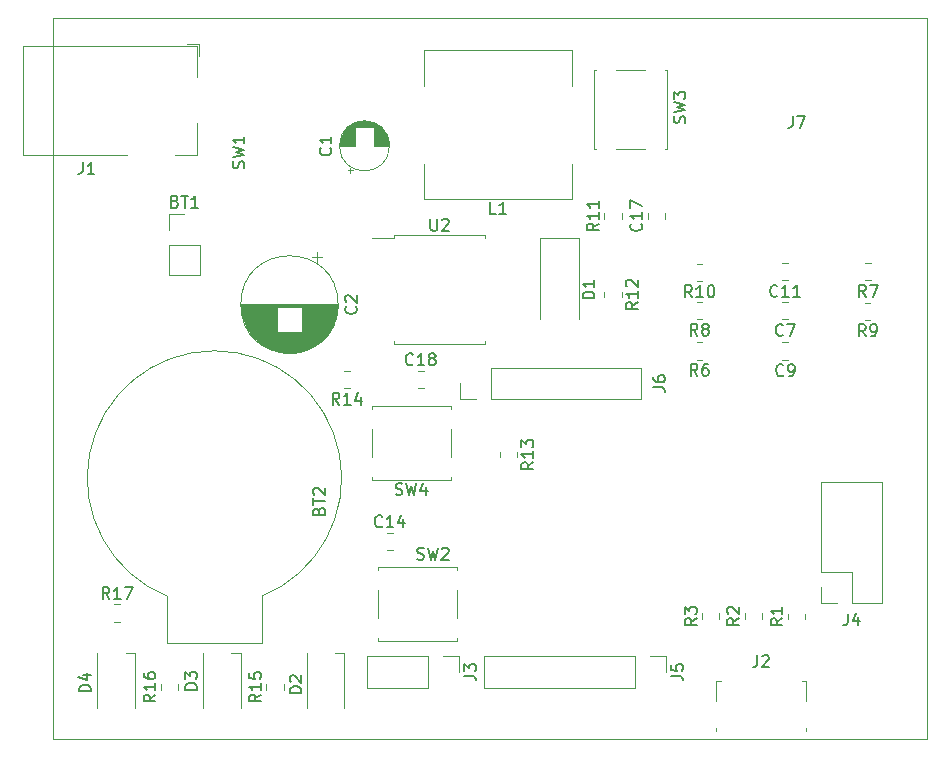
<source format=gbr>
%TF.GenerationSoftware,KiCad,Pcbnew,(5.1.6)-1*%
%TF.CreationDate,2020-11-04T18:23:40+01:00*%
%TF.ProjectId,rps_ki,7270735f-6b69-42e6-9b69-6361645f7063,rev?*%
%TF.SameCoordinates,Original*%
%TF.FileFunction,Legend,Top*%
%TF.FilePolarity,Positive*%
%FSLAX46Y46*%
G04 Gerber Fmt 4.6, Leading zero omitted, Abs format (unit mm)*
G04 Created by KiCad (PCBNEW (5.1.6)-1) date 2020-11-04 18:23:40*
%MOMM*%
%LPD*%
G01*
G04 APERTURE LIST*
%TA.AperFunction,Profile*%
%ADD10C,0.050000*%
%TD*%
%ADD11C,0.120000*%
%ADD12C,0.150000*%
G04 APERTURE END LIST*
D10*
X109485600Y-91656800D02*
X35485600Y-91656800D01*
X109485600Y-91656800D02*
X109485600Y-91656800D01*
X35485600Y-30656800D02*
X109485600Y-30656800D01*
X109485600Y-30656800D02*
X109485600Y-91656800D01*
X35485600Y-91656800D02*
X35485600Y-30656800D01*
D11*
%TO.C,J5*%
X71974400Y-84674400D02*
X71974400Y-87334400D01*
X84734400Y-84674400D02*
X71974400Y-84674400D01*
X84734400Y-87334400D02*
X71974400Y-87334400D01*
X84734400Y-84674400D02*
X84734400Y-87334400D01*
X86004400Y-84674400D02*
X87334400Y-84674400D01*
X87334400Y-84674400D02*
X87334400Y-86004400D01*
%TO.C,J4*%
X105673200Y-80171600D02*
X103073200Y-80171600D01*
X105673200Y-80171600D02*
X105673200Y-69891600D01*
X105673200Y-69891600D02*
X100473200Y-69891600D01*
X100473200Y-77571600D02*
X100473200Y-69891600D01*
X103073200Y-77571600D02*
X100473200Y-77571600D01*
X103073200Y-80171600D02*
X103073200Y-77571600D01*
X100473200Y-80171600D02*
X100473200Y-78841600D01*
X101803200Y-80171600D02*
X100473200Y-80171600D01*
%TO.C,J1*%
X47841600Y-33892800D02*
X47841600Y-32842800D01*
X46791600Y-32842800D02*
X47841600Y-32842800D01*
X41741600Y-42242800D02*
X32941600Y-42242800D01*
X32941600Y-42242800D02*
X32941600Y-33042800D01*
X47641600Y-39542800D02*
X47641600Y-42242800D01*
X47641600Y-42242800D02*
X45741600Y-42242800D01*
X32941600Y-33042800D02*
X47641600Y-33042800D01*
X47641600Y-33042800D02*
X47641600Y-35642800D01*
%TO.C,SW4*%
X62490400Y-69717600D02*
X62490400Y-69517600D01*
X62490400Y-63517600D02*
X62490400Y-63717600D01*
X69190400Y-63517600D02*
X69190400Y-63717600D01*
X69190400Y-69717600D02*
X69190400Y-69517600D01*
X69190400Y-67817600D02*
X69190400Y-65417600D01*
X62490400Y-67817600D02*
X62490400Y-65417600D01*
X62490400Y-69717600D02*
X69190400Y-69717600D01*
X69190400Y-63517600D02*
X62490400Y-63517600D01*
%TO.C,SW3*%
X81260000Y-35051200D02*
X81460000Y-35051200D01*
X87460000Y-35051200D02*
X87260000Y-35051200D01*
X87460000Y-41751200D02*
X87260000Y-41751200D01*
X81260000Y-41751200D02*
X81460000Y-41751200D01*
X83160000Y-41751200D02*
X85560000Y-41751200D01*
X83160000Y-35051200D02*
X85560000Y-35051200D01*
X81260000Y-35051200D02*
X81260000Y-41751200D01*
X87460000Y-41751200D02*
X87460000Y-35051200D01*
%TO.C,SW2*%
X69694800Y-77164000D02*
X69694800Y-77364000D01*
X69694800Y-83364000D02*
X69694800Y-83164000D01*
X62994800Y-83364000D02*
X62994800Y-83164000D01*
X62994800Y-77164000D02*
X62994800Y-77364000D01*
X62994800Y-79064000D02*
X62994800Y-81464000D01*
X69694800Y-79064000D02*
X69694800Y-81464000D01*
X69694800Y-77164000D02*
X62994800Y-77164000D01*
X62994800Y-83364000D02*
X69694800Y-83364000D01*
%TO.C,R12*%
X83589800Y-53824136D02*
X83589800Y-54278264D01*
X82119800Y-53824136D02*
X82119800Y-54278264D01*
%TO.C,L1*%
X66823600Y-36374800D02*
X66823600Y-33374800D01*
X66823600Y-33374800D02*
X79423600Y-33374800D01*
X79423600Y-33374800D02*
X79423600Y-36374800D01*
X79423600Y-42974800D02*
X79423600Y-45974800D01*
X79423600Y-45974800D02*
X66823600Y-45974800D01*
X66823600Y-45974800D02*
X66823600Y-42974800D01*
%TO.C,J6*%
X85277000Y-62899600D02*
X85277000Y-60239600D01*
X72517000Y-62899600D02*
X85277000Y-62899600D01*
X72517000Y-60239600D02*
X85277000Y-60239600D01*
X72517000Y-62899600D02*
X72517000Y-60239600D01*
X71247000Y-62899600D02*
X69917000Y-62899600D01*
X69917000Y-62899600D02*
X69917000Y-61569600D01*
%TO.C,J3*%
X62068400Y-84674400D02*
X62068400Y-87334400D01*
X67208400Y-84674400D02*
X62068400Y-84674400D01*
X67208400Y-87334400D02*
X62068400Y-87334400D01*
X67208400Y-84674400D02*
X67208400Y-87334400D01*
X68478400Y-84674400D02*
X69808400Y-84674400D01*
X69808400Y-84674400D02*
X69808400Y-86004400D01*
%TO.C,J2*%
X99210700Y-86736200D02*
X98830700Y-86736200D01*
X99210700Y-90786200D02*
X99210700Y-91046200D01*
X99210700Y-86736200D02*
X99210700Y-88506200D01*
X91590700Y-86736200D02*
X91970700Y-86736200D01*
X91590700Y-88506200D02*
X91590700Y-86736200D01*
X91590700Y-91046200D02*
X91590700Y-90786200D01*
%TO.C,D4*%
X39192400Y-89043200D02*
X39192400Y-84393200D01*
X42392400Y-89043200D02*
X42392400Y-84393200D01*
X42392400Y-84393200D02*
X41592400Y-84393200D01*
%TO.C,D3*%
X48133200Y-89067200D02*
X48133200Y-84417200D01*
X51333200Y-89067200D02*
X51333200Y-84417200D01*
X51333200Y-84417200D02*
X50533200Y-84417200D01*
%TO.C,D2*%
X56921600Y-89040400D02*
X56921600Y-84390400D01*
X60121600Y-89040400D02*
X60121600Y-84390400D01*
X60121600Y-84390400D02*
X59321600Y-84390400D01*
%TO.C,D1*%
X79983600Y-49244800D02*
X76683600Y-49244800D01*
X76683600Y-49244800D02*
X76683600Y-56144800D01*
X79983600Y-49244800D02*
X79983600Y-56144800D01*
%TO.C,C17*%
X85828200Y-47657652D02*
X85828200Y-47135148D01*
X87298200Y-47657652D02*
X87298200Y-47135148D01*
%TO.C,C2*%
X59593600Y-54894800D02*
G75*
G03*
X59593600Y-54894800I-4120000J0D01*
G01*
X59553600Y-54894800D02*
X51393600Y-54894800D01*
X59553600Y-54934800D02*
X51393600Y-54934800D01*
X59553600Y-54974800D02*
X51393600Y-54974800D01*
X59552600Y-55014800D02*
X51394600Y-55014800D01*
X59550600Y-55054800D02*
X51396600Y-55054800D01*
X59549600Y-55094800D02*
X51397600Y-55094800D01*
X59547600Y-55134800D02*
X56513600Y-55134800D01*
X54433600Y-55134800D02*
X51399600Y-55134800D01*
X59544600Y-55174800D02*
X56513600Y-55174800D01*
X54433600Y-55174800D02*
X51402600Y-55174800D01*
X59541600Y-55214800D02*
X56513600Y-55214800D01*
X54433600Y-55214800D02*
X51405600Y-55214800D01*
X59538600Y-55254800D02*
X56513600Y-55254800D01*
X54433600Y-55254800D02*
X51408600Y-55254800D01*
X59534600Y-55294800D02*
X56513600Y-55294800D01*
X54433600Y-55294800D02*
X51412600Y-55294800D01*
X59530600Y-55334800D02*
X56513600Y-55334800D01*
X54433600Y-55334800D02*
X51416600Y-55334800D01*
X59525600Y-55374800D02*
X56513600Y-55374800D01*
X54433600Y-55374800D02*
X51421600Y-55374800D01*
X59521600Y-55414800D02*
X56513600Y-55414800D01*
X54433600Y-55414800D02*
X51425600Y-55414800D01*
X59515600Y-55454800D02*
X56513600Y-55454800D01*
X54433600Y-55454800D02*
X51431600Y-55454800D01*
X59510600Y-55494800D02*
X56513600Y-55494800D01*
X54433600Y-55494800D02*
X51436600Y-55494800D01*
X59503600Y-55534800D02*
X56513600Y-55534800D01*
X54433600Y-55534800D02*
X51443600Y-55534800D01*
X59497600Y-55574800D02*
X56513600Y-55574800D01*
X54433600Y-55574800D02*
X51449600Y-55574800D01*
X59490600Y-55615800D02*
X56513600Y-55615800D01*
X54433600Y-55615800D02*
X51456600Y-55615800D01*
X59483600Y-55655800D02*
X56513600Y-55655800D01*
X54433600Y-55655800D02*
X51463600Y-55655800D01*
X59475600Y-55695800D02*
X56513600Y-55695800D01*
X54433600Y-55695800D02*
X51471600Y-55695800D01*
X59467600Y-55735800D02*
X56513600Y-55735800D01*
X54433600Y-55735800D02*
X51479600Y-55735800D01*
X59458600Y-55775800D02*
X56513600Y-55775800D01*
X54433600Y-55775800D02*
X51488600Y-55775800D01*
X59449600Y-55815800D02*
X56513600Y-55815800D01*
X54433600Y-55815800D02*
X51497600Y-55815800D01*
X59440600Y-55855800D02*
X56513600Y-55855800D01*
X54433600Y-55855800D02*
X51506600Y-55855800D01*
X59430600Y-55895800D02*
X56513600Y-55895800D01*
X54433600Y-55895800D02*
X51516600Y-55895800D01*
X59420600Y-55935800D02*
X56513600Y-55935800D01*
X54433600Y-55935800D02*
X51526600Y-55935800D01*
X59409600Y-55975800D02*
X56513600Y-55975800D01*
X54433600Y-55975800D02*
X51537600Y-55975800D01*
X59398600Y-56015800D02*
X56513600Y-56015800D01*
X54433600Y-56015800D02*
X51548600Y-56015800D01*
X59387600Y-56055800D02*
X56513600Y-56055800D01*
X54433600Y-56055800D02*
X51559600Y-56055800D01*
X59375600Y-56095800D02*
X56513600Y-56095800D01*
X54433600Y-56095800D02*
X51571600Y-56095800D01*
X59362600Y-56135800D02*
X56513600Y-56135800D01*
X54433600Y-56135800D02*
X51584600Y-56135800D01*
X59350600Y-56175800D02*
X56513600Y-56175800D01*
X54433600Y-56175800D02*
X51596600Y-56175800D01*
X59336600Y-56215800D02*
X56513600Y-56215800D01*
X54433600Y-56215800D02*
X51610600Y-56215800D01*
X59323600Y-56255800D02*
X56513600Y-56255800D01*
X54433600Y-56255800D02*
X51623600Y-56255800D01*
X59308600Y-56295800D02*
X56513600Y-56295800D01*
X54433600Y-56295800D02*
X51638600Y-56295800D01*
X59294600Y-56335800D02*
X56513600Y-56335800D01*
X54433600Y-56335800D02*
X51652600Y-56335800D01*
X59278600Y-56375800D02*
X56513600Y-56375800D01*
X54433600Y-56375800D02*
X51668600Y-56375800D01*
X59263600Y-56415800D02*
X56513600Y-56415800D01*
X54433600Y-56415800D02*
X51683600Y-56415800D01*
X59247600Y-56455800D02*
X56513600Y-56455800D01*
X54433600Y-56455800D02*
X51699600Y-56455800D01*
X59230600Y-56495800D02*
X56513600Y-56495800D01*
X54433600Y-56495800D02*
X51716600Y-56495800D01*
X59213600Y-56535800D02*
X56513600Y-56535800D01*
X54433600Y-56535800D02*
X51733600Y-56535800D01*
X59195600Y-56575800D02*
X56513600Y-56575800D01*
X54433600Y-56575800D02*
X51751600Y-56575800D01*
X59177600Y-56615800D02*
X56513600Y-56615800D01*
X54433600Y-56615800D02*
X51769600Y-56615800D01*
X59159600Y-56655800D02*
X56513600Y-56655800D01*
X54433600Y-56655800D02*
X51787600Y-56655800D01*
X59139600Y-56695800D02*
X56513600Y-56695800D01*
X54433600Y-56695800D02*
X51807600Y-56695800D01*
X59120600Y-56735800D02*
X56513600Y-56735800D01*
X54433600Y-56735800D02*
X51826600Y-56735800D01*
X59100600Y-56775800D02*
X56513600Y-56775800D01*
X54433600Y-56775800D02*
X51846600Y-56775800D01*
X59079600Y-56815800D02*
X56513600Y-56815800D01*
X54433600Y-56815800D02*
X51867600Y-56815800D01*
X59057600Y-56855800D02*
X56513600Y-56855800D01*
X54433600Y-56855800D02*
X51889600Y-56855800D01*
X59035600Y-56895800D02*
X56513600Y-56895800D01*
X54433600Y-56895800D02*
X51911600Y-56895800D01*
X59013600Y-56935800D02*
X56513600Y-56935800D01*
X54433600Y-56935800D02*
X51933600Y-56935800D01*
X58990600Y-56975800D02*
X56513600Y-56975800D01*
X54433600Y-56975800D02*
X51956600Y-56975800D01*
X58966600Y-57015800D02*
X56513600Y-57015800D01*
X54433600Y-57015800D02*
X51980600Y-57015800D01*
X58942600Y-57055800D02*
X56513600Y-57055800D01*
X54433600Y-57055800D02*
X52004600Y-57055800D01*
X58917600Y-57095800D02*
X56513600Y-57095800D01*
X54433600Y-57095800D02*
X52029600Y-57095800D01*
X58891600Y-57135800D02*
X56513600Y-57135800D01*
X54433600Y-57135800D02*
X52055600Y-57135800D01*
X58865600Y-57175800D02*
X56513600Y-57175800D01*
X54433600Y-57175800D02*
X52081600Y-57175800D01*
X58838600Y-57215800D02*
X52108600Y-57215800D01*
X58811600Y-57255800D02*
X52135600Y-57255800D01*
X58782600Y-57295800D02*
X52164600Y-57295800D01*
X58753600Y-57335800D02*
X52193600Y-57335800D01*
X58723600Y-57375800D02*
X52223600Y-57375800D01*
X58693600Y-57415800D02*
X52253600Y-57415800D01*
X58662600Y-57455800D02*
X52284600Y-57455800D01*
X58629600Y-57495800D02*
X52317600Y-57495800D01*
X58597600Y-57535800D02*
X52349600Y-57535800D01*
X58563600Y-57575800D02*
X52383600Y-57575800D01*
X58528600Y-57615800D02*
X52418600Y-57615800D01*
X58492600Y-57655800D02*
X52454600Y-57655800D01*
X58456600Y-57695800D02*
X52490600Y-57695800D01*
X58418600Y-57735800D02*
X52528600Y-57735800D01*
X58380600Y-57775800D02*
X52566600Y-57775800D01*
X58340600Y-57815800D02*
X52606600Y-57815800D01*
X58299600Y-57855800D02*
X52647600Y-57855800D01*
X58257600Y-57895800D02*
X52689600Y-57895800D01*
X58214600Y-57935800D02*
X52732600Y-57935800D01*
X58170600Y-57975800D02*
X52776600Y-57975800D01*
X58124600Y-58015800D02*
X52822600Y-58015800D01*
X58077600Y-58055800D02*
X52869600Y-58055800D01*
X58029600Y-58095800D02*
X52917600Y-58095800D01*
X57978600Y-58135800D02*
X52968600Y-58135800D01*
X57927600Y-58175800D02*
X53019600Y-58175800D01*
X57873600Y-58215800D02*
X53073600Y-58215800D01*
X57818600Y-58255800D02*
X53128600Y-58255800D01*
X57760600Y-58295800D02*
X53186600Y-58295800D01*
X57701600Y-58335800D02*
X53245600Y-58335800D01*
X57639600Y-58375800D02*
X53307600Y-58375800D01*
X57575600Y-58415800D02*
X53371600Y-58415800D01*
X57507600Y-58455800D02*
X53439600Y-58455800D01*
X57437600Y-58495800D02*
X53509600Y-58495800D01*
X57363600Y-58535800D02*
X53583600Y-58535800D01*
X57286600Y-58575800D02*
X53660600Y-58575800D01*
X57204600Y-58615800D02*
X53742600Y-58615800D01*
X57118600Y-58655800D02*
X53828600Y-58655800D01*
X57025600Y-58695800D02*
X53921600Y-58695800D01*
X56926600Y-58735800D02*
X54020600Y-58735800D01*
X56819600Y-58775800D02*
X54127600Y-58775800D01*
X56702600Y-58815800D02*
X54244600Y-58815800D01*
X56571600Y-58855800D02*
X54375600Y-58855800D01*
X56421600Y-58895800D02*
X54525600Y-58895800D01*
X56241600Y-58935800D02*
X54705600Y-58935800D01*
X56006600Y-58975800D02*
X54940600Y-58975800D01*
X57788600Y-50485102D02*
X57788600Y-51285102D01*
X58188600Y-50885102D02*
X57388600Y-50885102D01*
%TO.C,C1*%
X63943600Y-41464800D02*
G75*
G03*
X63943600Y-41464800I-2120000J0D01*
G01*
X62663600Y-41464800D02*
X63903600Y-41464800D01*
X59743600Y-41464800D02*
X60983600Y-41464800D01*
X62663600Y-41424800D02*
X63903600Y-41424800D01*
X59743600Y-41424800D02*
X60983600Y-41424800D01*
X62663600Y-41384800D02*
X63902600Y-41384800D01*
X59744600Y-41384800D02*
X60983600Y-41384800D01*
X59746600Y-41344800D02*
X60983600Y-41344800D01*
X62663600Y-41344800D02*
X63900600Y-41344800D01*
X59749600Y-41304800D02*
X60983600Y-41304800D01*
X62663600Y-41304800D02*
X63897600Y-41304800D01*
X59752600Y-41264800D02*
X60983600Y-41264800D01*
X62663600Y-41264800D02*
X63894600Y-41264800D01*
X59756600Y-41224800D02*
X60983600Y-41224800D01*
X62663600Y-41224800D02*
X63890600Y-41224800D01*
X59761600Y-41184800D02*
X60983600Y-41184800D01*
X62663600Y-41184800D02*
X63885600Y-41184800D01*
X59767600Y-41144800D02*
X60983600Y-41144800D01*
X62663600Y-41144800D02*
X63879600Y-41144800D01*
X59773600Y-41104800D02*
X60983600Y-41104800D01*
X62663600Y-41104800D02*
X63873600Y-41104800D01*
X59781600Y-41064800D02*
X60983600Y-41064800D01*
X62663600Y-41064800D02*
X63865600Y-41064800D01*
X59789600Y-41024800D02*
X60983600Y-41024800D01*
X62663600Y-41024800D02*
X63857600Y-41024800D01*
X59798600Y-40984800D02*
X60983600Y-40984800D01*
X62663600Y-40984800D02*
X63848600Y-40984800D01*
X59807600Y-40944800D02*
X60983600Y-40944800D01*
X62663600Y-40944800D02*
X63839600Y-40944800D01*
X59818600Y-40904800D02*
X60983600Y-40904800D01*
X62663600Y-40904800D02*
X63828600Y-40904800D01*
X59829600Y-40864800D02*
X60983600Y-40864800D01*
X62663600Y-40864800D02*
X63817600Y-40864800D01*
X59841600Y-40824800D02*
X60983600Y-40824800D01*
X62663600Y-40824800D02*
X63805600Y-40824800D01*
X59855600Y-40784800D02*
X60983600Y-40784800D01*
X62663600Y-40784800D02*
X63791600Y-40784800D01*
X59869600Y-40743800D02*
X60983600Y-40743800D01*
X62663600Y-40743800D02*
X63777600Y-40743800D01*
X59883600Y-40703800D02*
X60983600Y-40703800D01*
X62663600Y-40703800D02*
X63763600Y-40703800D01*
X59899600Y-40663800D02*
X60983600Y-40663800D01*
X62663600Y-40663800D02*
X63747600Y-40663800D01*
X59916600Y-40623800D02*
X60983600Y-40623800D01*
X62663600Y-40623800D02*
X63730600Y-40623800D01*
X59934600Y-40583800D02*
X60983600Y-40583800D01*
X62663600Y-40583800D02*
X63712600Y-40583800D01*
X59953600Y-40543800D02*
X60983600Y-40543800D01*
X62663600Y-40543800D02*
X63693600Y-40543800D01*
X59972600Y-40503800D02*
X60983600Y-40503800D01*
X62663600Y-40503800D02*
X63674600Y-40503800D01*
X59993600Y-40463800D02*
X60983600Y-40463800D01*
X62663600Y-40463800D02*
X63653600Y-40463800D01*
X60015600Y-40423800D02*
X60983600Y-40423800D01*
X62663600Y-40423800D02*
X63631600Y-40423800D01*
X60038600Y-40383800D02*
X60983600Y-40383800D01*
X62663600Y-40383800D02*
X63608600Y-40383800D01*
X60063600Y-40343800D02*
X60983600Y-40343800D01*
X62663600Y-40343800D02*
X63583600Y-40343800D01*
X60088600Y-40303800D02*
X60983600Y-40303800D01*
X62663600Y-40303800D02*
X63558600Y-40303800D01*
X60115600Y-40263800D02*
X60983600Y-40263800D01*
X62663600Y-40263800D02*
X63531600Y-40263800D01*
X60143600Y-40223800D02*
X60983600Y-40223800D01*
X62663600Y-40223800D02*
X63503600Y-40223800D01*
X60173600Y-40183800D02*
X60983600Y-40183800D01*
X62663600Y-40183800D02*
X63473600Y-40183800D01*
X60204600Y-40143800D02*
X60983600Y-40143800D01*
X62663600Y-40143800D02*
X63442600Y-40143800D01*
X60236600Y-40103800D02*
X60983600Y-40103800D01*
X62663600Y-40103800D02*
X63410600Y-40103800D01*
X60271600Y-40063800D02*
X60983600Y-40063800D01*
X62663600Y-40063800D02*
X63375600Y-40063800D01*
X60307600Y-40023800D02*
X60983600Y-40023800D01*
X62663600Y-40023800D02*
X63339600Y-40023800D01*
X60345600Y-39983800D02*
X60983600Y-39983800D01*
X62663600Y-39983800D02*
X63301600Y-39983800D01*
X60385600Y-39943800D02*
X60983600Y-39943800D01*
X62663600Y-39943800D02*
X63261600Y-39943800D01*
X60427600Y-39903800D02*
X60983600Y-39903800D01*
X62663600Y-39903800D02*
X63219600Y-39903800D01*
X60472600Y-39863800D02*
X63174600Y-39863800D01*
X60519600Y-39823800D02*
X63127600Y-39823800D01*
X60569600Y-39783800D02*
X63077600Y-39783800D01*
X60623600Y-39743800D02*
X63023600Y-39743800D01*
X60681600Y-39703800D02*
X62965600Y-39703800D01*
X60743600Y-39663800D02*
X62903600Y-39663800D01*
X60810600Y-39623800D02*
X62836600Y-39623800D01*
X60883600Y-39583800D02*
X62763600Y-39583800D01*
X60964600Y-39543800D02*
X62682600Y-39543800D01*
X61055600Y-39503800D02*
X62591600Y-39503800D01*
X61159600Y-39463800D02*
X62487600Y-39463800D01*
X61286600Y-39423800D02*
X62360600Y-39423800D01*
X61453600Y-39383800D02*
X62193600Y-39383800D01*
X60628600Y-43734601D02*
X60628600Y-43334601D01*
X60428600Y-43534601D02*
X60828600Y-43534601D01*
%TO.C,U2*%
X64313600Y-49274800D02*
X62498600Y-49274800D01*
X64313600Y-49034800D02*
X64313600Y-49274800D01*
X68173600Y-49034800D02*
X64313600Y-49034800D01*
X72033600Y-49034800D02*
X72033600Y-49274800D01*
X68173600Y-49034800D02*
X72033600Y-49034800D01*
X64313600Y-58254800D02*
X64313600Y-58014800D01*
X68173600Y-58254800D02*
X64313600Y-58254800D01*
X72033600Y-58254800D02*
X72033600Y-58014800D01*
X68173600Y-58254800D02*
X72033600Y-58254800D01*
%TO.C,R17*%
X40650936Y-81761000D02*
X41105064Y-81761000D01*
X40650936Y-80291000D02*
X41105064Y-80291000D01*
%TO.C,R16*%
X46048600Y-87517464D02*
X46048600Y-87063336D01*
X44578600Y-87517464D02*
X44578600Y-87063336D01*
%TO.C,R15*%
X54989400Y-87501464D02*
X54989400Y-87047336D01*
X53519400Y-87501464D02*
X53519400Y-87047336D01*
%TO.C,R14*%
X60561464Y-60529800D02*
X60107336Y-60529800D01*
X60561464Y-61999800D02*
X60107336Y-61999800D01*
%TO.C,R13*%
X73280600Y-67387736D02*
X73280600Y-67841864D01*
X74750600Y-67387736D02*
X74750600Y-67841864D01*
%TO.C,R11*%
X83589800Y-47623464D02*
X83589800Y-47169336D01*
X82119800Y-47623464D02*
X82119800Y-47169336D01*
%TO.C,R10*%
X90413064Y-51436600D02*
X89958936Y-51436600D01*
X90413064Y-52906600D02*
X89958936Y-52906600D01*
%TO.C,R9*%
X104655864Y-54738600D02*
X104201736Y-54738600D01*
X104655864Y-56208600D02*
X104201736Y-56208600D01*
%TO.C,R8*%
X90413064Y-54687800D02*
X89958936Y-54687800D01*
X90413064Y-56157800D02*
X89958936Y-56157800D01*
%TO.C,R7*%
X104671864Y-51385800D02*
X104217736Y-51385800D01*
X104671864Y-52855800D02*
X104217736Y-52855800D01*
%TO.C,R6*%
X90413064Y-58091400D02*
X89958936Y-58091400D01*
X90413064Y-59561400D02*
X89958936Y-59561400D01*
%TO.C,R3*%
X91870200Y-81507064D02*
X91870200Y-81052936D01*
X90400200Y-81507064D02*
X90400200Y-81052936D01*
%TO.C,R2*%
X95477000Y-81507064D02*
X95477000Y-81052936D01*
X94007000Y-81507064D02*
X94007000Y-81052936D01*
%TO.C,R1*%
X99134600Y-81541864D02*
X99134600Y-81087736D01*
X97664600Y-81541864D02*
X97664600Y-81087736D01*
%TO.C,C18*%
X66316048Y-61999800D02*
X66838552Y-61999800D01*
X66316048Y-60529800D02*
X66838552Y-60529800D01*
%TO.C,C14*%
X63695948Y-75715800D02*
X64218452Y-75715800D01*
X63695948Y-74245800D02*
X64218452Y-74245800D01*
%TO.C,C11*%
X97695652Y-51385800D02*
X97173148Y-51385800D01*
X97695652Y-52855800D02*
X97173148Y-52855800D01*
%TO.C,C9*%
X97717152Y-58091400D02*
X97194648Y-58091400D01*
X97717152Y-59561400D02*
X97194648Y-59561400D01*
%TO.C,C7*%
X97674152Y-54687800D02*
X97151648Y-54687800D01*
X97674152Y-56157800D02*
X97151648Y-56157800D01*
%TO.C,BT2*%
X45123600Y-83584800D02*
X45123600Y-79584800D01*
X53123600Y-83584800D02*
X45123600Y-83584800D01*
X53123600Y-79584800D02*
X53123600Y-83584800D01*
X45123600Y-79584798D02*
G75*
G02*
X53123599Y-79584799I4000000J9999998D01*
G01*
%TO.C,BT1*%
X45253600Y-47234800D02*
X46583600Y-47234800D01*
X45253600Y-48564800D02*
X45253600Y-47234800D01*
X45253600Y-49834800D02*
X47913600Y-49834800D01*
X47913600Y-49834800D02*
X47913600Y-52434800D01*
X45253600Y-49834800D02*
X45253600Y-52434800D01*
X45253600Y-52434800D02*
X47913600Y-52434800D01*
%TD*%
%TO.C,J5*%
D12*
X87786780Y-86337733D02*
X88501066Y-86337733D01*
X88643923Y-86385352D01*
X88739161Y-86480590D01*
X88786780Y-86623447D01*
X88786780Y-86718685D01*
X87786780Y-85385352D02*
X87786780Y-85861542D01*
X88262971Y-85909161D01*
X88215352Y-85861542D01*
X88167733Y-85766304D01*
X88167733Y-85528209D01*
X88215352Y-85432971D01*
X88262971Y-85385352D01*
X88358209Y-85337733D01*
X88596304Y-85337733D01*
X88691542Y-85385352D01*
X88739161Y-85432971D01*
X88786780Y-85528209D01*
X88786780Y-85766304D01*
X88739161Y-85861542D01*
X88691542Y-85909161D01*
%TO.C,J4*%
X102739866Y-81063980D02*
X102739866Y-81778266D01*
X102692247Y-81921123D01*
X102597009Y-82016361D01*
X102454152Y-82063980D01*
X102358914Y-82063980D01*
X103644628Y-81397314D02*
X103644628Y-82063980D01*
X103406533Y-81016361D02*
X103168438Y-81730647D01*
X103787485Y-81730647D01*
%TO.C,J1*%
X37958266Y-42845180D02*
X37958266Y-43559466D01*
X37910647Y-43702323D01*
X37815409Y-43797561D01*
X37672552Y-43845180D01*
X37577314Y-43845180D01*
X38958266Y-43845180D02*
X38386838Y-43845180D01*
X38672552Y-43845180D02*
X38672552Y-42845180D01*
X38577314Y-42988038D01*
X38482076Y-43083276D01*
X38386838Y-43130895D01*
%TO.C,SW4*%
X64457066Y-70972361D02*
X64599923Y-71019980D01*
X64838019Y-71019980D01*
X64933257Y-70972361D01*
X64980876Y-70924742D01*
X65028495Y-70829504D01*
X65028495Y-70734266D01*
X64980876Y-70639028D01*
X64933257Y-70591409D01*
X64838019Y-70543790D01*
X64647542Y-70496171D01*
X64552304Y-70448552D01*
X64504685Y-70400933D01*
X64457066Y-70305695D01*
X64457066Y-70210457D01*
X64504685Y-70115219D01*
X64552304Y-70067600D01*
X64647542Y-70019980D01*
X64885638Y-70019980D01*
X65028495Y-70067600D01*
X65361828Y-70019980D02*
X65599923Y-71019980D01*
X65790400Y-70305695D01*
X65980876Y-71019980D01*
X66218971Y-70019980D01*
X67028495Y-70353314D02*
X67028495Y-71019980D01*
X66790400Y-69972361D02*
X66552304Y-70686647D01*
X67171352Y-70686647D01*
%TO.C,SW3*%
X88949161Y-39534933D02*
X88996780Y-39392076D01*
X88996780Y-39153980D01*
X88949161Y-39058742D01*
X88901542Y-39011123D01*
X88806304Y-38963504D01*
X88711066Y-38963504D01*
X88615828Y-39011123D01*
X88568209Y-39058742D01*
X88520590Y-39153980D01*
X88472971Y-39344457D01*
X88425352Y-39439695D01*
X88377733Y-39487314D01*
X88282495Y-39534933D01*
X88187257Y-39534933D01*
X88092019Y-39487314D01*
X88044400Y-39439695D01*
X87996780Y-39344457D01*
X87996780Y-39106361D01*
X88044400Y-38963504D01*
X87996780Y-38630171D02*
X88996780Y-38392076D01*
X88282495Y-38201600D01*
X88996780Y-38011123D01*
X87996780Y-37773028D01*
X87996780Y-37487314D02*
X87996780Y-36868266D01*
X88377733Y-37201600D01*
X88377733Y-37058742D01*
X88425352Y-36963504D01*
X88472971Y-36915885D01*
X88568209Y-36868266D01*
X88806304Y-36868266D01*
X88901542Y-36915885D01*
X88949161Y-36963504D01*
X88996780Y-37058742D01*
X88996780Y-37344457D01*
X88949161Y-37439695D01*
X88901542Y-37487314D01*
%TO.C,SW2*%
X66281466Y-76452361D02*
X66424323Y-76499980D01*
X66662419Y-76499980D01*
X66757657Y-76452361D01*
X66805276Y-76404742D01*
X66852895Y-76309504D01*
X66852895Y-76214266D01*
X66805276Y-76119028D01*
X66757657Y-76071409D01*
X66662419Y-76023790D01*
X66471942Y-75976171D01*
X66376704Y-75928552D01*
X66329085Y-75880933D01*
X66281466Y-75785695D01*
X66281466Y-75690457D01*
X66329085Y-75595219D01*
X66376704Y-75547600D01*
X66471942Y-75499980D01*
X66710038Y-75499980D01*
X66852895Y-75547600D01*
X67186228Y-75499980D02*
X67424323Y-76499980D01*
X67614800Y-75785695D01*
X67805276Y-76499980D01*
X68043371Y-75499980D01*
X68376704Y-75595219D02*
X68424323Y-75547600D01*
X68519561Y-75499980D01*
X68757657Y-75499980D01*
X68852895Y-75547600D01*
X68900514Y-75595219D01*
X68948133Y-75690457D01*
X68948133Y-75785695D01*
X68900514Y-75928552D01*
X68329085Y-76499980D01*
X68948133Y-76499980D01*
%TO.C,SW1*%
X51608361Y-43348133D02*
X51655980Y-43205276D01*
X51655980Y-42967180D01*
X51608361Y-42871942D01*
X51560742Y-42824323D01*
X51465504Y-42776704D01*
X51370266Y-42776704D01*
X51275028Y-42824323D01*
X51227409Y-42871942D01*
X51179790Y-42967180D01*
X51132171Y-43157657D01*
X51084552Y-43252895D01*
X51036933Y-43300514D01*
X50941695Y-43348133D01*
X50846457Y-43348133D01*
X50751219Y-43300514D01*
X50703600Y-43252895D01*
X50655980Y-43157657D01*
X50655980Y-42919561D01*
X50703600Y-42776704D01*
X50655980Y-42443371D02*
X51655980Y-42205276D01*
X50941695Y-42014800D01*
X51655980Y-41824323D01*
X50655980Y-41586228D01*
X51655980Y-40681466D02*
X51655980Y-41252895D01*
X51655980Y-40967180D02*
X50655980Y-40967180D01*
X50798838Y-41062419D01*
X50894076Y-41157657D01*
X50941695Y-41252895D01*
%TO.C,R12*%
X84957180Y-54694057D02*
X84480990Y-55027390D01*
X84957180Y-55265485D02*
X83957180Y-55265485D01*
X83957180Y-54884533D01*
X84004800Y-54789295D01*
X84052419Y-54741676D01*
X84147657Y-54694057D01*
X84290514Y-54694057D01*
X84385752Y-54741676D01*
X84433371Y-54789295D01*
X84480990Y-54884533D01*
X84480990Y-55265485D01*
X84957180Y-53741676D02*
X84957180Y-54313104D01*
X84957180Y-54027390D02*
X83957180Y-54027390D01*
X84100038Y-54122628D01*
X84195276Y-54217866D01*
X84242895Y-54313104D01*
X84052419Y-53360723D02*
X84004800Y-53313104D01*
X83957180Y-53217866D01*
X83957180Y-52979771D01*
X84004800Y-52884533D01*
X84052419Y-52836914D01*
X84147657Y-52789295D01*
X84242895Y-52789295D01*
X84385752Y-52836914D01*
X84957180Y-53408342D01*
X84957180Y-52789295D01*
%TO.C,L1*%
X72956933Y-47227180D02*
X72480742Y-47227180D01*
X72480742Y-46227180D01*
X73814076Y-47227180D02*
X73242647Y-47227180D01*
X73528361Y-47227180D02*
X73528361Y-46227180D01*
X73433123Y-46370038D01*
X73337885Y-46465276D01*
X73242647Y-46512895D01*
%TO.C,J7*%
X98067466Y-38951980D02*
X98067466Y-39666266D01*
X98019847Y-39809123D01*
X97924609Y-39904361D01*
X97781752Y-39951980D01*
X97686514Y-39951980D01*
X98448419Y-38951980D02*
X99115085Y-38951980D01*
X98686514Y-39951980D01*
%TO.C,J6*%
X86269580Y-61902933D02*
X86983866Y-61902933D01*
X87126723Y-61950552D01*
X87221961Y-62045790D01*
X87269580Y-62188647D01*
X87269580Y-62283885D01*
X86269580Y-60998171D02*
X86269580Y-61188647D01*
X86317200Y-61283885D01*
X86364819Y-61331504D01*
X86507676Y-61426742D01*
X86698152Y-61474361D01*
X87079104Y-61474361D01*
X87174342Y-61426742D01*
X87221961Y-61379123D01*
X87269580Y-61283885D01*
X87269580Y-61093409D01*
X87221961Y-60998171D01*
X87174342Y-60950552D01*
X87079104Y-60902933D01*
X86841009Y-60902933D01*
X86745771Y-60950552D01*
X86698152Y-60998171D01*
X86650533Y-61093409D01*
X86650533Y-61283885D01*
X86698152Y-61379123D01*
X86745771Y-61426742D01*
X86841009Y-61474361D01*
%TO.C,J3*%
X70260780Y-86337733D02*
X70975066Y-86337733D01*
X71117923Y-86385352D01*
X71213161Y-86480590D01*
X71260780Y-86623447D01*
X71260780Y-86718685D01*
X70260780Y-85956780D02*
X70260780Y-85337733D01*
X70641733Y-85671066D01*
X70641733Y-85528209D01*
X70689352Y-85432971D01*
X70736971Y-85385352D01*
X70832209Y-85337733D01*
X71070304Y-85337733D01*
X71165542Y-85385352D01*
X71213161Y-85432971D01*
X71260780Y-85528209D01*
X71260780Y-85813923D01*
X71213161Y-85909161D01*
X71165542Y-85956780D01*
%TO.C,J2*%
X95067366Y-84598580D02*
X95067366Y-85312866D01*
X95019747Y-85455723D01*
X94924509Y-85550961D01*
X94781652Y-85598580D01*
X94686414Y-85598580D01*
X95495938Y-84693819D02*
X95543557Y-84646200D01*
X95638795Y-84598580D01*
X95876890Y-84598580D01*
X95972128Y-84646200D01*
X96019747Y-84693819D01*
X96067366Y-84789057D01*
X96067366Y-84884295D01*
X96019747Y-85027152D01*
X95448319Y-85598580D01*
X96067366Y-85598580D01*
%TO.C,D4*%
X38653980Y-87656895D02*
X37653980Y-87656895D01*
X37653980Y-87418800D01*
X37701600Y-87275942D01*
X37796838Y-87180704D01*
X37892076Y-87133085D01*
X38082552Y-87085466D01*
X38225409Y-87085466D01*
X38415885Y-87133085D01*
X38511123Y-87180704D01*
X38606361Y-87275942D01*
X38653980Y-87418800D01*
X38653980Y-87656895D01*
X37987314Y-86228323D02*
X38653980Y-86228323D01*
X37606361Y-86466419D02*
X38320647Y-86704514D01*
X38320647Y-86085466D01*
%TO.C,D3*%
X47645580Y-87504495D02*
X46645580Y-87504495D01*
X46645580Y-87266400D01*
X46693200Y-87123542D01*
X46788438Y-87028304D01*
X46883676Y-86980685D01*
X47074152Y-86933066D01*
X47217009Y-86933066D01*
X47407485Y-86980685D01*
X47502723Y-87028304D01*
X47597961Y-87123542D01*
X47645580Y-87266400D01*
X47645580Y-87504495D01*
X46645580Y-86599733D02*
X46645580Y-85980685D01*
X47026533Y-86314019D01*
X47026533Y-86171161D01*
X47074152Y-86075923D01*
X47121771Y-86028304D01*
X47217009Y-85980685D01*
X47455104Y-85980685D01*
X47550342Y-86028304D01*
X47597961Y-86075923D01*
X47645580Y-86171161D01*
X47645580Y-86456876D01*
X47597961Y-86552114D01*
X47550342Y-86599733D01*
%TO.C,D2*%
X56484780Y-87809295D02*
X55484780Y-87809295D01*
X55484780Y-87571200D01*
X55532400Y-87428342D01*
X55627638Y-87333104D01*
X55722876Y-87285485D01*
X55913352Y-87237866D01*
X56056209Y-87237866D01*
X56246685Y-87285485D01*
X56341923Y-87333104D01*
X56437161Y-87428342D01*
X56484780Y-87571200D01*
X56484780Y-87809295D01*
X55580019Y-86856914D02*
X55532400Y-86809295D01*
X55484780Y-86714057D01*
X55484780Y-86475961D01*
X55532400Y-86380723D01*
X55580019Y-86333104D01*
X55675257Y-86285485D01*
X55770495Y-86285485D01*
X55913352Y-86333104D01*
X56484780Y-86904533D01*
X56484780Y-86285485D01*
%TO.C,D1*%
X81285980Y-54382895D02*
X80285980Y-54382895D01*
X80285980Y-54144800D01*
X80333600Y-54001942D01*
X80428838Y-53906704D01*
X80524076Y-53859085D01*
X80714552Y-53811466D01*
X80857409Y-53811466D01*
X81047885Y-53859085D01*
X81143123Y-53906704D01*
X81238361Y-54001942D01*
X81285980Y-54144800D01*
X81285980Y-54382895D01*
X81285980Y-52859085D02*
X81285980Y-53430514D01*
X81285980Y-53144800D02*
X80285980Y-53144800D01*
X80428838Y-53240038D01*
X80524076Y-53335276D01*
X80571695Y-53430514D01*
%TO.C,C17*%
X85240342Y-48039257D02*
X85287961Y-48086876D01*
X85335580Y-48229733D01*
X85335580Y-48324971D01*
X85287961Y-48467828D01*
X85192723Y-48563066D01*
X85097485Y-48610685D01*
X84907009Y-48658304D01*
X84764152Y-48658304D01*
X84573676Y-48610685D01*
X84478438Y-48563066D01*
X84383200Y-48467828D01*
X84335580Y-48324971D01*
X84335580Y-48229733D01*
X84383200Y-48086876D01*
X84430819Y-48039257D01*
X85335580Y-47086876D02*
X85335580Y-47658304D01*
X85335580Y-47372590D02*
X84335580Y-47372590D01*
X84478438Y-47467828D01*
X84573676Y-47563066D01*
X84621295Y-47658304D01*
X84335580Y-46753542D02*
X84335580Y-46086876D01*
X85335580Y-46515447D01*
%TO.C,C2*%
X61080742Y-55061466D02*
X61128361Y-55109085D01*
X61175980Y-55251942D01*
X61175980Y-55347180D01*
X61128361Y-55490038D01*
X61033123Y-55585276D01*
X60937885Y-55632895D01*
X60747409Y-55680514D01*
X60604552Y-55680514D01*
X60414076Y-55632895D01*
X60318838Y-55585276D01*
X60223600Y-55490038D01*
X60175980Y-55347180D01*
X60175980Y-55251942D01*
X60223600Y-55109085D01*
X60271219Y-55061466D01*
X60271219Y-54680514D02*
X60223600Y-54632895D01*
X60175980Y-54537657D01*
X60175980Y-54299561D01*
X60223600Y-54204323D01*
X60271219Y-54156704D01*
X60366457Y-54109085D01*
X60461695Y-54109085D01*
X60604552Y-54156704D01*
X61175980Y-54728133D01*
X61175980Y-54109085D01*
%TO.C,C1*%
X58930742Y-41631466D02*
X58978361Y-41679085D01*
X59025980Y-41821942D01*
X59025980Y-41917180D01*
X58978361Y-42060038D01*
X58883123Y-42155276D01*
X58787885Y-42202895D01*
X58597409Y-42250514D01*
X58454552Y-42250514D01*
X58264076Y-42202895D01*
X58168838Y-42155276D01*
X58073600Y-42060038D01*
X58025980Y-41917180D01*
X58025980Y-41821942D01*
X58073600Y-41679085D01*
X58121219Y-41631466D01*
X59025980Y-40679085D02*
X59025980Y-41250514D01*
X59025980Y-40964800D02*
X58025980Y-40964800D01*
X58168838Y-41060038D01*
X58264076Y-41155276D01*
X58311695Y-41250514D01*
%TO.C,U2*%
X67411695Y-47647180D02*
X67411695Y-48456704D01*
X67459314Y-48551942D01*
X67506933Y-48599561D01*
X67602171Y-48647180D01*
X67792647Y-48647180D01*
X67887885Y-48599561D01*
X67935504Y-48551942D01*
X67983123Y-48456704D01*
X67983123Y-47647180D01*
X68411695Y-47742419D02*
X68459314Y-47694800D01*
X68554552Y-47647180D01*
X68792647Y-47647180D01*
X68887885Y-47694800D01*
X68935504Y-47742419D01*
X68983123Y-47837657D01*
X68983123Y-47932895D01*
X68935504Y-48075752D01*
X68364076Y-48647180D01*
X68983123Y-48647180D01*
%TO.C,R17*%
X40235142Y-79828380D02*
X39901809Y-79352190D01*
X39663714Y-79828380D02*
X39663714Y-78828380D01*
X40044666Y-78828380D01*
X40139904Y-78876000D01*
X40187523Y-78923619D01*
X40235142Y-79018857D01*
X40235142Y-79161714D01*
X40187523Y-79256952D01*
X40139904Y-79304571D01*
X40044666Y-79352190D01*
X39663714Y-79352190D01*
X41187523Y-79828380D02*
X40616095Y-79828380D01*
X40901809Y-79828380D02*
X40901809Y-78828380D01*
X40806571Y-78971238D01*
X40711333Y-79066476D01*
X40616095Y-79114095D01*
X41520857Y-78828380D02*
X42187523Y-78828380D01*
X41758952Y-79828380D01*
%TO.C,R16*%
X44115980Y-87933257D02*
X43639790Y-88266590D01*
X44115980Y-88504685D02*
X43115980Y-88504685D01*
X43115980Y-88123733D01*
X43163600Y-88028495D01*
X43211219Y-87980876D01*
X43306457Y-87933257D01*
X43449314Y-87933257D01*
X43544552Y-87980876D01*
X43592171Y-88028495D01*
X43639790Y-88123733D01*
X43639790Y-88504685D01*
X44115980Y-86980876D02*
X44115980Y-87552304D01*
X44115980Y-87266590D02*
X43115980Y-87266590D01*
X43258838Y-87361828D01*
X43354076Y-87457066D01*
X43401695Y-87552304D01*
X43115980Y-86123733D02*
X43115980Y-86314209D01*
X43163600Y-86409447D01*
X43211219Y-86457066D01*
X43354076Y-86552304D01*
X43544552Y-86599923D01*
X43925504Y-86599923D01*
X44020742Y-86552304D01*
X44068361Y-86504685D01*
X44115980Y-86409447D01*
X44115980Y-86218971D01*
X44068361Y-86123733D01*
X44020742Y-86076114D01*
X43925504Y-86028495D01*
X43687409Y-86028495D01*
X43592171Y-86076114D01*
X43544552Y-86123733D01*
X43496933Y-86218971D01*
X43496933Y-86409447D01*
X43544552Y-86504685D01*
X43592171Y-86552304D01*
X43687409Y-86599923D01*
%TO.C,R15*%
X53056780Y-87917257D02*
X52580590Y-88250590D01*
X53056780Y-88488685D02*
X52056780Y-88488685D01*
X52056780Y-88107733D01*
X52104400Y-88012495D01*
X52152019Y-87964876D01*
X52247257Y-87917257D01*
X52390114Y-87917257D01*
X52485352Y-87964876D01*
X52532971Y-88012495D01*
X52580590Y-88107733D01*
X52580590Y-88488685D01*
X53056780Y-86964876D02*
X53056780Y-87536304D01*
X53056780Y-87250590D02*
X52056780Y-87250590D01*
X52199638Y-87345828D01*
X52294876Y-87441066D01*
X52342495Y-87536304D01*
X52056780Y-86060114D02*
X52056780Y-86536304D01*
X52532971Y-86583923D01*
X52485352Y-86536304D01*
X52437733Y-86441066D01*
X52437733Y-86202971D01*
X52485352Y-86107733D01*
X52532971Y-86060114D01*
X52628209Y-86012495D01*
X52866304Y-86012495D01*
X52961542Y-86060114D01*
X53009161Y-86107733D01*
X53056780Y-86202971D01*
X53056780Y-86441066D01*
X53009161Y-86536304D01*
X52961542Y-86583923D01*
%TO.C,R14*%
X59691542Y-63367180D02*
X59358209Y-62890990D01*
X59120114Y-63367180D02*
X59120114Y-62367180D01*
X59501066Y-62367180D01*
X59596304Y-62414800D01*
X59643923Y-62462419D01*
X59691542Y-62557657D01*
X59691542Y-62700514D01*
X59643923Y-62795752D01*
X59596304Y-62843371D01*
X59501066Y-62890990D01*
X59120114Y-62890990D01*
X60643923Y-63367180D02*
X60072495Y-63367180D01*
X60358209Y-63367180D02*
X60358209Y-62367180D01*
X60262971Y-62510038D01*
X60167733Y-62605276D01*
X60072495Y-62652895D01*
X61501066Y-62700514D02*
X61501066Y-63367180D01*
X61262971Y-62319561D02*
X61024876Y-63033847D01*
X61643923Y-63033847D01*
%TO.C,R13*%
X76117980Y-68257657D02*
X75641790Y-68590990D01*
X76117980Y-68829085D02*
X75117980Y-68829085D01*
X75117980Y-68448133D01*
X75165600Y-68352895D01*
X75213219Y-68305276D01*
X75308457Y-68257657D01*
X75451314Y-68257657D01*
X75546552Y-68305276D01*
X75594171Y-68352895D01*
X75641790Y-68448133D01*
X75641790Y-68829085D01*
X76117980Y-67305276D02*
X76117980Y-67876704D01*
X76117980Y-67590990D02*
X75117980Y-67590990D01*
X75260838Y-67686228D01*
X75356076Y-67781466D01*
X75403695Y-67876704D01*
X75117980Y-66971942D02*
X75117980Y-66352895D01*
X75498933Y-66686228D01*
X75498933Y-66543371D01*
X75546552Y-66448133D01*
X75594171Y-66400514D01*
X75689409Y-66352895D01*
X75927504Y-66352895D01*
X76022742Y-66400514D01*
X76070361Y-66448133D01*
X76117980Y-66543371D01*
X76117980Y-66829085D01*
X76070361Y-66924323D01*
X76022742Y-66971942D01*
%TO.C,R11*%
X81657180Y-48039257D02*
X81180990Y-48372590D01*
X81657180Y-48610685D02*
X80657180Y-48610685D01*
X80657180Y-48229733D01*
X80704800Y-48134495D01*
X80752419Y-48086876D01*
X80847657Y-48039257D01*
X80990514Y-48039257D01*
X81085752Y-48086876D01*
X81133371Y-48134495D01*
X81180990Y-48229733D01*
X81180990Y-48610685D01*
X81657180Y-47086876D02*
X81657180Y-47658304D01*
X81657180Y-47372590D02*
X80657180Y-47372590D01*
X80800038Y-47467828D01*
X80895276Y-47563066D01*
X80942895Y-47658304D01*
X81657180Y-46134495D02*
X81657180Y-46705923D01*
X81657180Y-46420209D02*
X80657180Y-46420209D01*
X80800038Y-46515447D01*
X80895276Y-46610685D01*
X80942895Y-46705923D01*
%TO.C,R10*%
X89543142Y-54273980D02*
X89209809Y-53797790D01*
X88971714Y-54273980D02*
X88971714Y-53273980D01*
X89352666Y-53273980D01*
X89447904Y-53321600D01*
X89495523Y-53369219D01*
X89543142Y-53464457D01*
X89543142Y-53607314D01*
X89495523Y-53702552D01*
X89447904Y-53750171D01*
X89352666Y-53797790D01*
X88971714Y-53797790D01*
X90495523Y-54273980D02*
X89924095Y-54273980D01*
X90209809Y-54273980D02*
X90209809Y-53273980D01*
X90114571Y-53416838D01*
X90019333Y-53512076D01*
X89924095Y-53559695D01*
X91114571Y-53273980D02*
X91209809Y-53273980D01*
X91305047Y-53321600D01*
X91352666Y-53369219D01*
X91400285Y-53464457D01*
X91447904Y-53654933D01*
X91447904Y-53893028D01*
X91400285Y-54083504D01*
X91352666Y-54178742D01*
X91305047Y-54226361D01*
X91209809Y-54273980D01*
X91114571Y-54273980D01*
X91019333Y-54226361D01*
X90971714Y-54178742D01*
X90924095Y-54083504D01*
X90876476Y-53893028D01*
X90876476Y-53654933D01*
X90924095Y-53464457D01*
X90971714Y-53369219D01*
X91019333Y-53321600D01*
X91114571Y-53273980D01*
%TO.C,R9*%
X104262133Y-57575980D02*
X103928800Y-57099790D01*
X103690704Y-57575980D02*
X103690704Y-56575980D01*
X104071657Y-56575980D01*
X104166895Y-56623600D01*
X104214514Y-56671219D01*
X104262133Y-56766457D01*
X104262133Y-56909314D01*
X104214514Y-57004552D01*
X104166895Y-57052171D01*
X104071657Y-57099790D01*
X103690704Y-57099790D01*
X104738323Y-57575980D02*
X104928800Y-57575980D01*
X105024038Y-57528361D01*
X105071657Y-57480742D01*
X105166895Y-57337885D01*
X105214514Y-57147409D01*
X105214514Y-56766457D01*
X105166895Y-56671219D01*
X105119276Y-56623600D01*
X105024038Y-56575980D01*
X104833561Y-56575980D01*
X104738323Y-56623600D01*
X104690704Y-56671219D01*
X104643085Y-56766457D01*
X104643085Y-57004552D01*
X104690704Y-57099790D01*
X104738323Y-57147409D01*
X104833561Y-57195028D01*
X105024038Y-57195028D01*
X105119276Y-57147409D01*
X105166895Y-57099790D01*
X105214514Y-57004552D01*
%TO.C,R8*%
X90019333Y-57525180D02*
X89686000Y-57048990D01*
X89447904Y-57525180D02*
X89447904Y-56525180D01*
X89828857Y-56525180D01*
X89924095Y-56572800D01*
X89971714Y-56620419D01*
X90019333Y-56715657D01*
X90019333Y-56858514D01*
X89971714Y-56953752D01*
X89924095Y-57001371D01*
X89828857Y-57048990D01*
X89447904Y-57048990D01*
X90590761Y-56953752D02*
X90495523Y-56906133D01*
X90447904Y-56858514D01*
X90400285Y-56763276D01*
X90400285Y-56715657D01*
X90447904Y-56620419D01*
X90495523Y-56572800D01*
X90590761Y-56525180D01*
X90781238Y-56525180D01*
X90876476Y-56572800D01*
X90924095Y-56620419D01*
X90971714Y-56715657D01*
X90971714Y-56763276D01*
X90924095Y-56858514D01*
X90876476Y-56906133D01*
X90781238Y-56953752D01*
X90590761Y-56953752D01*
X90495523Y-57001371D01*
X90447904Y-57048990D01*
X90400285Y-57144228D01*
X90400285Y-57334704D01*
X90447904Y-57429942D01*
X90495523Y-57477561D01*
X90590761Y-57525180D01*
X90781238Y-57525180D01*
X90876476Y-57477561D01*
X90924095Y-57429942D01*
X90971714Y-57334704D01*
X90971714Y-57144228D01*
X90924095Y-57048990D01*
X90876476Y-57001371D01*
X90781238Y-56953752D01*
%TO.C,R7*%
X104278133Y-54223180D02*
X103944800Y-53746990D01*
X103706704Y-54223180D02*
X103706704Y-53223180D01*
X104087657Y-53223180D01*
X104182895Y-53270800D01*
X104230514Y-53318419D01*
X104278133Y-53413657D01*
X104278133Y-53556514D01*
X104230514Y-53651752D01*
X104182895Y-53699371D01*
X104087657Y-53746990D01*
X103706704Y-53746990D01*
X104611466Y-53223180D02*
X105278133Y-53223180D01*
X104849561Y-54223180D01*
%TO.C,R6*%
X90019333Y-60928780D02*
X89686000Y-60452590D01*
X89447904Y-60928780D02*
X89447904Y-59928780D01*
X89828857Y-59928780D01*
X89924095Y-59976400D01*
X89971714Y-60024019D01*
X90019333Y-60119257D01*
X90019333Y-60262114D01*
X89971714Y-60357352D01*
X89924095Y-60404971D01*
X89828857Y-60452590D01*
X89447904Y-60452590D01*
X90876476Y-59928780D02*
X90686000Y-59928780D01*
X90590761Y-59976400D01*
X90543142Y-60024019D01*
X90447904Y-60166876D01*
X90400285Y-60357352D01*
X90400285Y-60738304D01*
X90447904Y-60833542D01*
X90495523Y-60881161D01*
X90590761Y-60928780D01*
X90781238Y-60928780D01*
X90876476Y-60881161D01*
X90924095Y-60833542D01*
X90971714Y-60738304D01*
X90971714Y-60500209D01*
X90924095Y-60404971D01*
X90876476Y-60357352D01*
X90781238Y-60309733D01*
X90590761Y-60309733D01*
X90495523Y-60357352D01*
X90447904Y-60404971D01*
X90400285Y-60500209D01*
%TO.C,R3*%
X89937580Y-81446666D02*
X89461390Y-81780000D01*
X89937580Y-82018095D02*
X88937580Y-82018095D01*
X88937580Y-81637142D01*
X88985200Y-81541904D01*
X89032819Y-81494285D01*
X89128057Y-81446666D01*
X89270914Y-81446666D01*
X89366152Y-81494285D01*
X89413771Y-81541904D01*
X89461390Y-81637142D01*
X89461390Y-82018095D01*
X88937580Y-81113333D02*
X88937580Y-80494285D01*
X89318533Y-80827619D01*
X89318533Y-80684761D01*
X89366152Y-80589523D01*
X89413771Y-80541904D01*
X89509009Y-80494285D01*
X89747104Y-80494285D01*
X89842342Y-80541904D01*
X89889961Y-80589523D01*
X89937580Y-80684761D01*
X89937580Y-80970476D01*
X89889961Y-81065714D01*
X89842342Y-81113333D01*
%TO.C,R2*%
X93544380Y-81446666D02*
X93068190Y-81780000D01*
X93544380Y-82018095D02*
X92544380Y-82018095D01*
X92544380Y-81637142D01*
X92592000Y-81541904D01*
X92639619Y-81494285D01*
X92734857Y-81446666D01*
X92877714Y-81446666D01*
X92972952Y-81494285D01*
X93020571Y-81541904D01*
X93068190Y-81637142D01*
X93068190Y-82018095D01*
X92639619Y-81065714D02*
X92592000Y-81018095D01*
X92544380Y-80922857D01*
X92544380Y-80684761D01*
X92592000Y-80589523D01*
X92639619Y-80541904D01*
X92734857Y-80494285D01*
X92830095Y-80494285D01*
X92972952Y-80541904D01*
X93544380Y-81113333D01*
X93544380Y-80494285D01*
%TO.C,R1*%
X97201980Y-81481466D02*
X96725790Y-81814800D01*
X97201980Y-82052895D02*
X96201980Y-82052895D01*
X96201980Y-81671942D01*
X96249600Y-81576704D01*
X96297219Y-81529085D01*
X96392457Y-81481466D01*
X96535314Y-81481466D01*
X96630552Y-81529085D01*
X96678171Y-81576704D01*
X96725790Y-81671942D01*
X96725790Y-82052895D01*
X97201980Y-80529085D02*
X97201980Y-81100514D01*
X97201980Y-80814800D02*
X96201980Y-80814800D01*
X96344838Y-80910038D01*
X96440076Y-81005276D01*
X96487695Y-81100514D01*
%TO.C,C18*%
X65934442Y-59941942D02*
X65886823Y-59989561D01*
X65743966Y-60037180D01*
X65648728Y-60037180D01*
X65505871Y-59989561D01*
X65410633Y-59894323D01*
X65363014Y-59799085D01*
X65315395Y-59608609D01*
X65315395Y-59465752D01*
X65363014Y-59275276D01*
X65410633Y-59180038D01*
X65505871Y-59084800D01*
X65648728Y-59037180D01*
X65743966Y-59037180D01*
X65886823Y-59084800D01*
X65934442Y-59132419D01*
X66886823Y-60037180D02*
X66315395Y-60037180D01*
X66601109Y-60037180D02*
X66601109Y-59037180D01*
X66505871Y-59180038D01*
X66410633Y-59275276D01*
X66315395Y-59322895D01*
X67458252Y-59465752D02*
X67363014Y-59418133D01*
X67315395Y-59370514D01*
X67267776Y-59275276D01*
X67267776Y-59227657D01*
X67315395Y-59132419D01*
X67363014Y-59084800D01*
X67458252Y-59037180D01*
X67648728Y-59037180D01*
X67743966Y-59084800D01*
X67791585Y-59132419D01*
X67839204Y-59227657D01*
X67839204Y-59275276D01*
X67791585Y-59370514D01*
X67743966Y-59418133D01*
X67648728Y-59465752D01*
X67458252Y-59465752D01*
X67363014Y-59513371D01*
X67315395Y-59560990D01*
X67267776Y-59656228D01*
X67267776Y-59846704D01*
X67315395Y-59941942D01*
X67363014Y-59989561D01*
X67458252Y-60037180D01*
X67648728Y-60037180D01*
X67743966Y-59989561D01*
X67791585Y-59941942D01*
X67839204Y-59846704D01*
X67839204Y-59656228D01*
X67791585Y-59560990D01*
X67743966Y-59513371D01*
X67648728Y-59465752D01*
%TO.C,C14*%
X63314342Y-73657942D02*
X63266723Y-73705561D01*
X63123866Y-73753180D01*
X63028628Y-73753180D01*
X62885771Y-73705561D01*
X62790533Y-73610323D01*
X62742914Y-73515085D01*
X62695295Y-73324609D01*
X62695295Y-73181752D01*
X62742914Y-72991276D01*
X62790533Y-72896038D01*
X62885771Y-72800800D01*
X63028628Y-72753180D01*
X63123866Y-72753180D01*
X63266723Y-72800800D01*
X63314342Y-72848419D01*
X64266723Y-73753180D02*
X63695295Y-73753180D01*
X63981009Y-73753180D02*
X63981009Y-72753180D01*
X63885771Y-72896038D01*
X63790533Y-72991276D01*
X63695295Y-73038895D01*
X65123866Y-73086514D02*
X65123866Y-73753180D01*
X64885771Y-72705561D02*
X64647676Y-73419847D01*
X65266723Y-73419847D01*
%TO.C,C11*%
X96791542Y-54157942D02*
X96743923Y-54205561D01*
X96601066Y-54253180D01*
X96505828Y-54253180D01*
X96362971Y-54205561D01*
X96267733Y-54110323D01*
X96220114Y-54015085D01*
X96172495Y-53824609D01*
X96172495Y-53681752D01*
X96220114Y-53491276D01*
X96267733Y-53396038D01*
X96362971Y-53300800D01*
X96505828Y-53253180D01*
X96601066Y-53253180D01*
X96743923Y-53300800D01*
X96791542Y-53348419D01*
X97743923Y-54253180D02*
X97172495Y-54253180D01*
X97458209Y-54253180D02*
X97458209Y-53253180D01*
X97362971Y-53396038D01*
X97267733Y-53491276D01*
X97172495Y-53538895D01*
X98696304Y-54253180D02*
X98124876Y-54253180D01*
X98410590Y-54253180D02*
X98410590Y-53253180D01*
X98315352Y-53396038D01*
X98220114Y-53491276D01*
X98124876Y-53538895D01*
%TO.C,C9*%
X97289233Y-60863542D02*
X97241614Y-60911161D01*
X97098757Y-60958780D01*
X97003519Y-60958780D01*
X96860661Y-60911161D01*
X96765423Y-60815923D01*
X96717804Y-60720685D01*
X96670185Y-60530209D01*
X96670185Y-60387352D01*
X96717804Y-60196876D01*
X96765423Y-60101638D01*
X96860661Y-60006400D01*
X97003519Y-59958780D01*
X97098757Y-59958780D01*
X97241614Y-60006400D01*
X97289233Y-60054019D01*
X97765423Y-60958780D02*
X97955900Y-60958780D01*
X98051138Y-60911161D01*
X98098757Y-60863542D01*
X98193995Y-60720685D01*
X98241614Y-60530209D01*
X98241614Y-60149257D01*
X98193995Y-60054019D01*
X98146376Y-60006400D01*
X98051138Y-59958780D01*
X97860661Y-59958780D01*
X97765423Y-60006400D01*
X97717804Y-60054019D01*
X97670185Y-60149257D01*
X97670185Y-60387352D01*
X97717804Y-60482590D01*
X97765423Y-60530209D01*
X97860661Y-60577828D01*
X98051138Y-60577828D01*
X98146376Y-60530209D01*
X98193995Y-60482590D01*
X98241614Y-60387352D01*
%TO.C,C7*%
X97246233Y-57459942D02*
X97198614Y-57507561D01*
X97055757Y-57555180D01*
X96960519Y-57555180D01*
X96817661Y-57507561D01*
X96722423Y-57412323D01*
X96674804Y-57317085D01*
X96627185Y-57126609D01*
X96627185Y-56983752D01*
X96674804Y-56793276D01*
X96722423Y-56698038D01*
X96817661Y-56602800D01*
X96960519Y-56555180D01*
X97055757Y-56555180D01*
X97198614Y-56602800D01*
X97246233Y-56650419D01*
X97579566Y-56555180D02*
X98246233Y-56555180D01*
X97817661Y-57555180D01*
%TO.C,BT2*%
X57942171Y-72370514D02*
X57989790Y-72227657D01*
X58037409Y-72180038D01*
X58132647Y-72132419D01*
X58275504Y-72132419D01*
X58370742Y-72180038D01*
X58418361Y-72227657D01*
X58465980Y-72322895D01*
X58465980Y-72703847D01*
X57465980Y-72703847D01*
X57465980Y-72370514D01*
X57513600Y-72275276D01*
X57561219Y-72227657D01*
X57656457Y-72180038D01*
X57751695Y-72180038D01*
X57846933Y-72227657D01*
X57894552Y-72275276D01*
X57942171Y-72370514D01*
X57942171Y-72703847D01*
X57465980Y-71846704D02*
X57465980Y-71275276D01*
X58465980Y-71560990D02*
X57465980Y-71560990D01*
X57561219Y-70989561D02*
X57513600Y-70941942D01*
X57465980Y-70846704D01*
X57465980Y-70608609D01*
X57513600Y-70513371D01*
X57561219Y-70465752D01*
X57656457Y-70418133D01*
X57751695Y-70418133D01*
X57894552Y-70465752D01*
X58465980Y-71037180D01*
X58465980Y-70418133D01*
%TO.C,BT1*%
X45797885Y-46163371D02*
X45940742Y-46210990D01*
X45988361Y-46258609D01*
X46035980Y-46353847D01*
X46035980Y-46496704D01*
X45988361Y-46591942D01*
X45940742Y-46639561D01*
X45845504Y-46687180D01*
X45464552Y-46687180D01*
X45464552Y-45687180D01*
X45797885Y-45687180D01*
X45893123Y-45734800D01*
X45940742Y-45782419D01*
X45988361Y-45877657D01*
X45988361Y-45972895D01*
X45940742Y-46068133D01*
X45893123Y-46115752D01*
X45797885Y-46163371D01*
X45464552Y-46163371D01*
X46321695Y-45687180D02*
X46893123Y-45687180D01*
X46607409Y-46687180D02*
X46607409Y-45687180D01*
X47750266Y-46687180D02*
X47178838Y-46687180D01*
X47464552Y-46687180D02*
X47464552Y-45687180D01*
X47369314Y-45830038D01*
X47274076Y-45925276D01*
X47178838Y-45972895D01*
%TD*%
M02*

</source>
